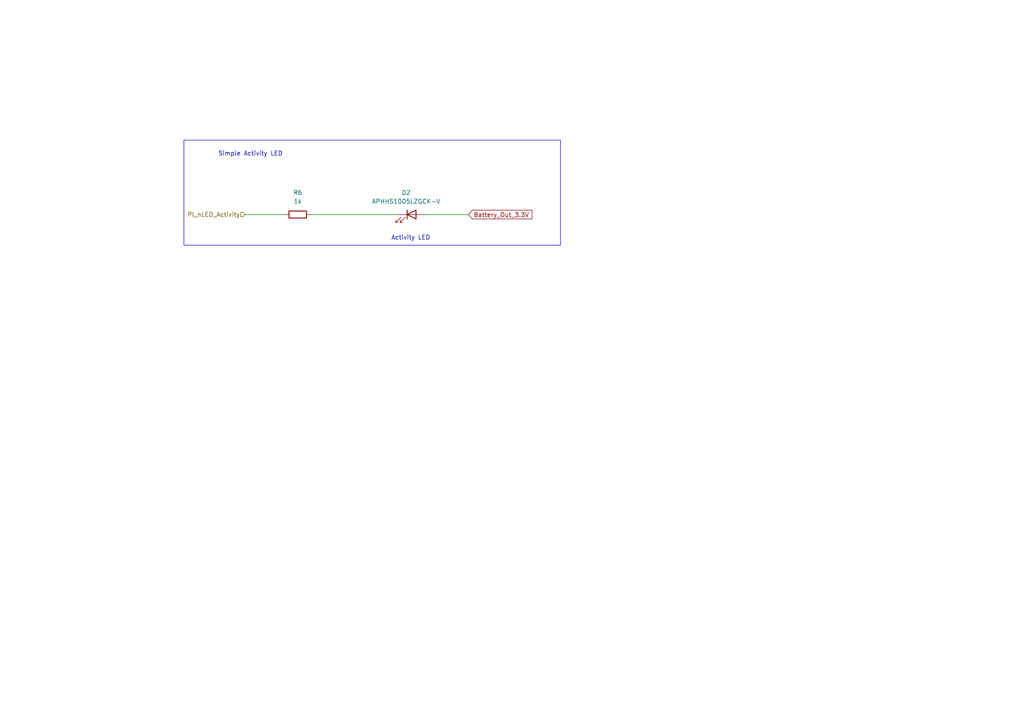
<source format=kicad_sch>
(kicad_sch (version 20250114) (generator "eeschema") (generator_version "9.0")
  (paper "A4")
  (lib_symbols
    (symbol "#dzdb:g_res/R-1k-0603" (pin_numbers (hide yes)) (pin_names (offset 0))
      (property "Reference" "R" (at 2.032 0 90))
      (property "Value" "1k" (at 0 0 90))
      (symbol "g_res/R-1k-0603_0_1"
        (rectangle (start -1.016 -2.54) (end 1.016 2.54) (stroke (width 0.254)))
      )
      (symbol "g_res/R-1k-0603_1_1"
        (pin passive line (at 0 3.81 270) (length 1.27) (name "~") (number "1"))
        (pin passive line (at 0 -3.81 90) (length 1.27) (name "~") (number "2"))
      )
    )
    (symbol "#dzdb:s_dio/D-KIN-APHHS1005LZGCK-V" (pin_numbers (hide yes)) (pin_names (offset 1.016) (hide yes))
      (property "Reference" "D" (at 0 2.54 0))
      (property "Value" "APHHS1005LZGCK-V" (at 0 -2.54 0))
      (symbol "s_dio/D-KIN-APHHS1005LZGCK-V_0_1"
        (polyline (pts (xy -3.048 -0.762) (xy -4.572 -2.286) (xy -3.81 -2.286) (xy -4.572 -2.286) (xy -4.572 -1.524)))
        (polyline (pts (xy -1.778 -0.762) (xy -3.302 -2.286) (xy -2.54 -2.286) (xy -3.302 -2.286) (xy -3.302 -1.524)))
        (polyline (pts (xy -1.27 0) (xy 1.27 0)))
        (polyline (pts (xy -1.27 -1.27) (xy -1.27 1.27)) (stroke (width 0.254)))
        (polyline (pts (xy 1.27 -1.27) (xy 1.27 1.27) (xy -1.27 0) (xy 1.27 -1.27)) (stroke (width 0.254)))
      )
      (symbol "s_dio/D-KIN-APHHS1005LZGCK-V_1_1"
        (pin passive line (at -3.81 0 0) (length 2.54) (name "K") (number "1"))
        (pin passive line (at 3.81 0 180) (length 2.54) (name "A") (number "2"))
      )
    )
  )
  (rectangle (start 53.34 40.64) (end 162.56 71.12))
  (text "Simple Activity LED" (at 72.644 44.704 0) (effects (font (size 1.27 1.27))))
  (text "Activity LED" (at 119.126 69.088 0) (effects (font (size 1.27 1.27))))
  (wire (pts (xy 90.17 62.23) (xy 115.57 62.23)))
  (wire (pts (xy 71.12 62.23) (xy 82.55 62.23)))
  (wire (pts (xy 123.19 62.23) (xy 135.89 62.23)))
  (global_label "Battery_Out_3.3V" (shape input) (at 135.89 62.23 0) (property "Intersheetrefs" "${INTERSHEET_REFS}" (effects (hide yes))))
  (hierarchical_label "PI_nLED_Activity" (shape input) (at 71.12 62.23 180))
  (symbol (lib_id "#dzdb:g_res/R-1k-0603") (at 86.36 62.23 90) (unit 1)
    (property "Reference" "R6" (at 86.36 55.88 90))
    (property "Value" "1k" (at 86.36 58.42 90))
    (property "Footprint" "Resistor_SMD:R_0603_1608Metric" (effects (hide yes)))
    (property "Datasheet" "https://www.we-online.com/components/products/datasheet/560112116014.pdf" (effects (hide yes)))
    (property "Description" "Thick Film Resistors - SMD WRIS-RSKS 1 kOhms 1 % 0.1 W 0603" (effects (hide yes)))
    (property "IPN" "R-1k-0603" (effects (hide yes)))
    (property "MPN" "560112116014" (effects (hide yes)))
    (property "Manufacturer" "Wurth Elektronik" (effects (hide yes)))
    (property "Resistance" "1k" (effects (hide yes)))
    (property "Power" "0.1 W" (effects (hide yes)))
    (property "Material" "Thick film" (effects (hide yes)))
    (property "Tolerance" "1 %" (effects (hide yes)))
    (property "Supplier" "Mouser" (effects (hide yes)))
    (property "SPN" "710-560112116014" (effects (hide yes)))
    (property "LCSC" "CXXXXX" (effects (hide yes)))
    (property "Comment" "lifecycle=Active; note=Auto-generated" (effects (hide yes)))
  )
  (symbol (lib_id "#dzdb:s_dio/D-KIN-APHHS1005LZGCK-V") (at 119.38 62.23 0) (unit 1)
    (property "Reference" "D2" (at 117.7925 55.88 0))
    (property "Value" "APHHS1005LZGCK-V" (at 117.7925 58.42 0))
    (property "Footprint" "LED_SMD:LED_0402_1005Metric" (effects (hide yes)))
    (property "Datasheet" "https://www.kingbrightusa.com/images/catalog/SPEC/APHHS1005LZGCK-V.pdf" (effects (hide yes)))
    (property "Description" "LED EMERALD GREEN 525nm 180mcd@2mA 40mcd@0.44mA 2.54V" (effects (hide yes)))
    (property "Sim.Pins" "1=K 2=A" (effects (hide yes)))
    (property "IPN" "D-KIN-APHHS1005LZGCK-V" (effects (hide yes)))
    (property "MPN" "APHHS1005LZGCK-V" (effects (hide yes)))
    (property "Manufacturer" "Kingbright" (effects (hide yes)))
    (property "Type" "LED GREEN" (effects (hide yes)))
    (property "Vf" "2.65V" (effects (hide yes)))
    (property "If" "2mA" (effects (hide yes)))
    (property "Supplier" "Mouser" (effects (hide yes)))
    (property "SPN" "604-APHHS1005LZGCK-V" (effects (hide yes)))
    (property "LCSC" "C5875752" (effects (hide yes)))
    (property "Comment" "lifecycle=Active" (effects (hide yes)))
  )
)
</source>
